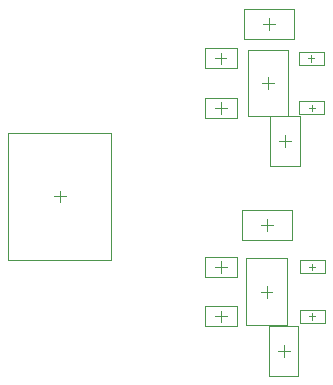
<source format=gbr>
%TF.GenerationSoftware,Altium Limited,Altium Designer,22.9.1 (49)*%
G04 Layer_Color=32768*
%FSLAX25Y25*%
%MOIN*%
%TF.SameCoordinates,3D4AB22D-4464-4A1E-8ED4-CD8DD9DE0D00*%
%TF.FilePolarity,Positive*%
%TF.FileFunction,Other,Mechanical_15*%
%TF.Part,Single*%
G01*
G75*
%TA.AperFunction,NonConductor*%
%ADD47C,0.00394*%
%ADD49C,0.00197*%
D47*
X157295Y157531D02*
Y161469D01*
X155327Y159500D02*
X159264D01*
X211000Y187031D02*
Y190969D01*
X209032Y189000D02*
X212968D01*
X210949Y203532D02*
Y207469D01*
X208980Y205500D02*
X212917D01*
X241500Y134917D02*
Y137083D01*
X240417Y136000D02*
X242583D01*
X241500Y118417D02*
Y120583D01*
X240417Y119500D02*
X242583D01*
X211157Y134031D02*
Y137969D01*
X209189Y136000D02*
X213126D01*
X224532Y150000D02*
X228468D01*
X226500Y148031D02*
Y151969D01*
X232000Y106095D02*
Y110031D01*
X230031Y108063D02*
X233968D01*
X224311Y127768D02*
X228248D01*
X226279Y125799D02*
Y129736D01*
X232500Y176094D02*
Y180032D01*
X230532Y178063D02*
X234469D01*
X224811Y197268D02*
X228748D01*
X226780Y195299D02*
Y199236D01*
X225031Y217000D02*
X228969D01*
X227000Y215032D02*
Y218969D01*
X241130Y204417D02*
Y206583D01*
X240047Y205500D02*
X242213D01*
X241370Y187917D02*
Y190083D01*
X240287Y189000D02*
X242453D01*
X211000Y117532D02*
Y121468D01*
X209032Y119500D02*
X212968D01*
D49*
X140169Y138240D02*
X174421D01*
X140169Y180760D02*
X174421D01*
Y138240D02*
Y180760D01*
X140169Y138240D02*
Y180760D01*
X205685Y185653D02*
X216315D01*
X205685Y192347D02*
X216315D01*
Y185653D02*
Y192347D01*
X205685Y185653D02*
Y192347D01*
X205634Y202153D02*
X216264D01*
X205634Y208846D02*
X216264D01*
Y202153D02*
Y208846D01*
X205634Y202153D02*
Y208846D01*
X237366Y133835D02*
X245634D01*
X237366Y138165D02*
X245634D01*
Y133835D02*
Y138165D01*
X237366Y133835D02*
Y138165D01*
Y117335D02*
X245634D01*
X237366Y121665D02*
X245634D01*
Y117335D02*
Y121665D01*
X237366Y117335D02*
Y121665D01*
X205842Y132653D02*
X216472D01*
X205842Y139347D02*
X216472D01*
Y132653D02*
Y139347D01*
X205842Y132653D02*
Y139347D01*
X218232Y145079D02*
Y154921D01*
X234768Y145079D02*
Y154921D01*
X218232D02*
X234768D01*
X218232Y145079D02*
X234768D01*
X227079Y99795D02*
X236921D01*
X227079Y116331D02*
X236921D01*
X227079Y99795D02*
Y116331D01*
X236921Y99795D02*
Y116331D01*
X232972Y116646D02*
Y138890D01*
X219587Y116646D02*
Y138890D01*
X232972D01*
X219587Y116646D02*
X232972D01*
X227579Y169795D02*
X237421D01*
X227579Y186331D02*
X237421D01*
X227579Y169795D02*
Y186331D01*
X237421Y169795D02*
Y186331D01*
X233472Y186146D02*
Y208390D01*
X220087Y186146D02*
Y208390D01*
X233472D01*
X220087Y186146D02*
X233472D01*
X218732Y212079D02*
Y221921D01*
X235268Y212079D02*
Y221921D01*
X218732D02*
X235268D01*
X218732Y212079D02*
X235268D01*
X236996Y203335D02*
X245264D01*
X236996Y207665D02*
X245264D01*
Y203335D02*
Y207665D01*
X236996Y203335D02*
Y207665D01*
X237236Y186835D02*
X245504D01*
X237236Y191165D02*
X245504D01*
Y186835D02*
Y191165D01*
X237236Y186835D02*
Y191165D01*
X205685Y116154D02*
X216315D01*
X205685Y122846D02*
X216315D01*
Y116154D02*
Y122846D01*
X205685Y116154D02*
Y122846D01*
%TF.MD5,8de1fddb7dfa2d2300c73f4b04274237*%
M02*

</source>
